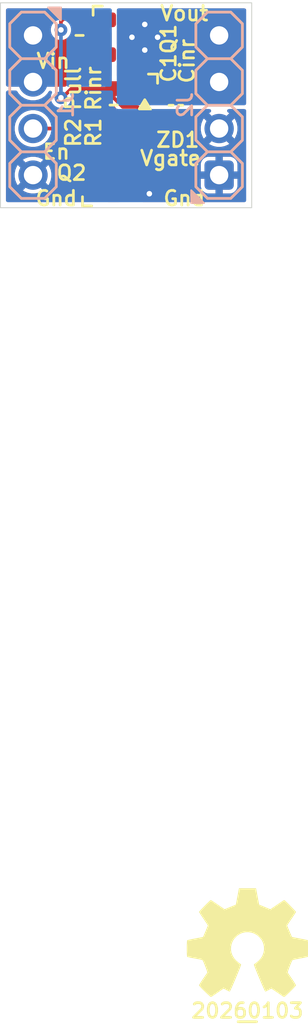
<source format=kicad_pcb>
(kicad_pcb (version 20241229) (generator "pcbnew") (generator_version "9.0")
  (layers (0 "F.Cu" mixed) (2 "B.Cu" mixed) (13 "F.Paste" user) (15 "B.Paste" user) (5 "F.SilkS" user "F.Silkscreen") (7 "B.SilkS" user "B.Silkscreen") (1 "F.Mask" user) (3 "B.Mask" user) (25 "Edge.Cuts" user))
  (net 0 "")
  (net 1 "/VIN")
  (net 2 "/EN")
  (net 3 "/GND")
  (net 4 "/VOUT")
  (net 5 "Net-(Q2-D)")
  (net 6 "Net-(Q1-G)")
  (footprint "SquantorLabels:Label_Generic" (layer "F.Cu") (at 138.7 91.3)
    (property "Reference" "N1" (hide yes))
    (property "Value" "20260103" (at 0 0 0) (layer "F.SilkS") (effects (font (size 0.8 0.8))))
    (fp_line (start -0.5 0.6) (end 0.5 0.6) (stroke (width 0.15)) (layer "F.SilkS"))
  )
  (footprint "Symbol:OSHW-Symbol_6.7x6mm_SilkScreen" (layer "F.Cu") (at 138.7 87.6)
    (property "Reference" "N2" (hide yes))
    (property "Value" "OHWLOGO" (hide yes))
    (fp_poly (pts (xy 0.555814 -2.531069) (xy 0.639635 -2.086445) (xy 0.94892 -1.958947) (xy 1.258206 -1.831449) (xy 1.629246 -2.083754) (xy 1.733157 -2.154004) (xy 1.827087 -2.216728) (xy 1.906652 -2.269062) (xy 1.96747 -2.308143) (xy 2.005157 -2.331107) (xy 2.015421 -2.336058) (xy 2.03391 -2.323324) (xy 2.07342 -2.288118) (xy 2.129522 -2.234938) (xy 2.197787 -2.168282) (xy 2.273786 -2.092646) (xy 2.353092 -2.012528) (xy 2.431275 -1.932426) (xy 2.503907 -1.856836) (xy 2.566559 -1.790255) (xy 2.614803 -1.737182) (xy 2.64421 -1.702113) (xy 2.651241 -1.690377) (xy 2.641123 -1.66874) (xy 2.612759 -1.621338) (xy 2.569129 -1.552807) (xy 2.513218 -1.467785) (xy 2.448006 -1.370907) (xy 2.410219 -1.31565) (xy 2.341343 -1.214752) (xy 2.28014 -1.123701) (xy 2.229578 -1.04703) (xy 2.192628 -0.989272) (xy 2.172258 -0.954957) (xy 2.169197 -0.947746) (xy 2.176136 -0.927252) (xy 2.195051 -0.879487) (xy 2.223087 -0.811168) (xy 2.257391 -0.729011) (xy 2.295109 -0.63973) (xy 2.333387 -0.550042) (xy 2.36937 -0.466662) (xy 2.400206 -0.396306) (xy 2.423039 -0.34569) (xy 2.435017 -0.321529) (xy 2.435724 -0.320578) (xy 2.454531 -0.315964) (xy 2.504618 -0.305672) (xy 2.580793 -0.290713) (xy 2.677865 -0.272099) (xy 2.790643 -0.250841) (xy 2.856442 -0.238582) (xy 2.97695 -0.215638) (xy 3.085797 -0.193805) (xy 3.177476 -0.174278) (xy 3.246481 -0.158252) (xy 3.287304 -0.146921) (xy 3.295511 -0.143326) (xy 3.303548 -0.118994) (xy 3.310033 -0.064041) (xy 3.31497 0.015108) (xy 3.318364 0.112026) (xy 3.320218 0.220287) (xy 3.320538 0.333465) (xy 3.319327 0.445135) (xy 3.31659 0.548868) (xy 3.312331 0.638241) (xy 3.306555 0.706826) (xy 3.299267 0.748197) (xy 3.294895 0.75681) (xy 3.268764 0.767133) (xy 3.213393 0.781892) (xy 3.136107 0.799352) (xy 3.04423 0.81778) (xy 3.012158 0.823741) (xy 2.857524 0.852066) (xy 2.735375 0.874876) (xy 2.641673 0.89308) (xy 2.572384 0.907583) (xy 2.523471 0.919292) (xy 2.490897 0.929115) (xy 2.470628 0.937956) (xy 2.458626 0.946724) (xy 2.456947 0.948457) (xy 2.440184 0.976371) (xy 2.414614 1.030695) (xy 2.382788 1.104777) (xy 2.34726 1.191965) (xy 2.310583 1.285608) (xy 2.275311 1.379052) (xy 2.243996 1.465647) (xy 2.219193 1.53874) (xy 2.203454 1.591678) (xy 2.199332 1.617811) (xy 2.199676 1.618726) (xy 2.213641 1.640086) (xy 2.245322 1.687084) (xy 2.291391 1.754827) (xy 2.348518 1.838423) (xy 2.413373 1.932982) (xy 2.431843 1.959854) (xy 2.497699 2.057275) (xy 2.55565 2.146163) (xy 2.602538 2.221412) (xy 2.635207 2.27792) (xy 2.6505 2.310581) (xy 2.651241 2.314593) (xy 2.638392 2.335684) (xy 2.602888 2.377464) (xy 2.549293 2.435445) (xy 2.482171 2.505135) (xy 2.406087 2.582045) (xy 2.325604 2.661683) (xy 2.245287 2.739561) (xy 2.169699 2.811186) (xy 2.103405 2.87207) (xy 2.050969 2.917721) (xy 2.016955 2.94365) (xy 2.007545 2.947883) (xy 1.985643 2.937912) (xy 1.9408 2.91102) (xy 1.880321 2.871736) (xy 1.833789 2.840117) (xy 1.749475 2.782098) (xy 1.649626 2.713784) (xy 1.549473 2.645579) (xy 1.495627 2.609075) (xy 1.313371 2.4858) (xy 1.160381 2.56852) (xy 1.090682 2.604759) (xy 1.031414 2.632926) (xy 0.991311 2.648991) (xy 0.981103 2.651226) (xy 0.968829 2.634722) (xy 0.944613 2.588082) (xy 0.910263 2.515609) (xy 0.867588 2.421606) (xy 0.818394 2.310374) (xy 0.76449 2.186215) (xy 0.707684 2.053432) (xy 0.649782 1.916327) (xy 0.592593 1.779202) (xy 0.537924 1.646358) (xy 0.487584 1.522098) (xy 0.44338 1.410725) (xy 0.407119 1.316539) (xy 0.380609 1.243844) (xy 0.365658 1.196941) (xy 0.363254 1.180833) (xy 0.382311 1.160286) (xy 0.424036 1.126933) (xy 0.479706 1.087702) (xy 0.484378 1.084599) (xy 0.628264 0.969423) (xy 0.744283 0.835053) (xy 0.83143 0.685784) (xy 0.888699 0.525913) (xy 0.915086 0.359737) (xy 0.909585 0.191552) (xy 0.87119 0.025655) (xy 0.798895 -0.133658) (xy 0.777626 -0.168513) (xy 0.666996 -0.309263) (xy 0.536302 -0.422286) (xy 0.390064 -0.506997) (xy 0.232808 -0.562806) (xy 0.069057 -0.589126) (xy -0.096667 -0.58537) (xy -0.259838 -0.55095) (xy -0.415935 -0.485277) (xy -0.560433 -0.387765) (xy -0.605131 -0.348187) (xy -0.718888 -0.224297) (xy -0.801782 -0.093876) (xy -0.858644 0.052315) (xy -0.890313 0.197088) (xy -0.898131 0.35986) (xy -0.872062 0.52344) (xy -0.814755 0.682298) (xy -0.728856 0.830906) (xy -0.617014 0.963735) (xy -0.481877 1.075256) (xy -0.464117 1.087011) (xy -0.40785 1.125508) (xy -0.365077 1.158863) (xy -0.344628 1.18016) (xy -0.344331 1.180833) (xy -0.348721 1.203871) (xy -0.366124 1.256157) (xy -0.394732 1.33339) (xy -0.432735 1.431268) (xy -0.478326 1.545491) (xy -0.529697 1.671758) (xy -0.585038 1.805767) (xy -0.642542 1.943218) (xy -0.700399 2.079808) (xy -0.756802 2.211237) (xy -0.809942 2.333205) (xy -0.85801 2.441409) (xy -0.899199 2.531549) (xy -0.931699 2.599323) (xy -0.953703 2.64043) (xy -0.962564 2.651226) (xy -0.98964 2.642819) (xy -1.040303 2.620272) (xy -1.105817 2.587613) (xy -1.141841 2.56852) (xy -1.294832 2.4858) (xy -1.477088 2.609075) (xy -1.570125 2.672228) (xy -1.671985 2.741727) (xy -1.767438 2.807165) (xy -1.81525 2.840117) (xy -1.882495 2.885273) (xy -1.939436 2.921057) (xy -1.978646 2.942938) (xy -1.991381 2.947563) (xy -2.009917 2.935085) (xy -2.050941 2.900252) (xy -2.110475 2.846678) (xy -2.184542 2.777983) (xy -2.269165 2.697781) (xy -2.322685 2.646286) (xy -2.416319 2.554286) (xy -2.497241 2.471999) (xy -2.562177 2.402945) (xy -2.607858 2.350644) (xy -2.631011 2.318616) (xy -2.633232 2.312116) (xy -2.622924 2.287394) (xy -2.594439 2.237405) (xy -2.550937 2.167212) (xy -2.495577 2.081875) (xy -2.43152 1.986456) (xy -2.413303 1.959854) (xy -2.346927 1.863167) (xy -2.287378 1.776117) (xy -2.237984 1.703595) (xy -2.202075 1.650493) (xy -2.182981 1.621703) (xy -2.181136 1.618726) (xy -2.183895 1.595782) (xy -2.198538 1.545336) (xy -2.222513 1.474041) (xy -2.253266 1.388547) (xy -2.288244 1.295507) (xy -2.324893 1.201574) (xy -2.360661 1.113399) (xy -2.392994 1.037634) (xy -2.419338 0.980931) (xy -2.437142 0.949943) (xy -2.438407 0.948457) (xy -2.449294 0.939601) (xy -2.467682 0.930843) (xy -2.497606 0.921277) (xy -2.543103 0.909996) (xy -2.608209 0.896093) (xy -2.696961 0.878663) (xy -2.813393 0.856798) (xy -2.961542 0.829591) (xy -2.993618 0.823741) (xy -3.088686 0.805374) (xy -3.171565 0.787405) (xy -3.23493 0.771569) (xy -3.271458 0.7596) (xy -3.276356 0.75681) (xy -3.284427 0.732072) (xy -3.290987 0.67679) (xy -3.296033 0.597389) (xy -3.299559 0.500296) (xy -3.301561 0.391938) (xy -3.302036 0.27874) (xy -3.300977 0.167128) (xy -3.298382 0.063529) (xy -3.294246 -0.025632) (xy -3.288563 -0.093928) (xy -3.281331 -0.134934) (xy -3.276971 -0.143326) (xy -3.252698 -0.151792) (xy -3.197426 -0.165565) (xy -3.116662 -0.18345) (xy -3.015912 -0.204252) (xy -2.900683 -0.226777) (xy -2.837902 -0.238582) (xy -2.718787 -0.260849) (xy -2.612565 -0.281021) (xy -2.524427 -0.298085) (xy -2.459566 -0.311031) (xy -2.423174 -0.318845) (xy -2.417184 -0.320578) (xy -2.407061 -0.34011) (xy -2.385662 -0.387157) (xy -2.355839 -0.454997) (xy -2.320445 -0.536909) (xy -2.282332 -0.626172) (xy -2.244353 -0.716065) (xy -2.20936 -0.799865) (xy -2.180206 -0.870853) (xy -2.159743 -0.922306) (xy -2.150823 -0.947503) (xy -2.150657 -0.948604) (xy -2.160769 -0.968481) (xy -2.189117 -1.014223) (xy -2.232723 -1.081283) (xy -2.288606 -1.165116) (xy -2.353787 -1.261174) (xy -2.391679 -1.31635) (xy -2.460725 -1.417519) (xy -2.52205 -1.50937) (xy -2.572663 -1.587256) (xy -2.609571 -1.646531) (xy -2.629782 -1.682549) (xy -2.632701 -1.690623) (xy -2.620153 -1.709416) (xy -2.585463 -1.749543) (xy -2.533063 -1.806507) (xy -2.467384 -1.875815) (xy -2.392856 -1.952969) (xy -2.313913 -2.033475) (xy -2.234983 -2.112837) (xy -2.1605 -2.18656) (xy -2.094894 -2.250148) (xy -2.042596 -2.299106) (xy -2.008039 -2.328939) (xy -1.996478 -2.336058) (xy -1.977654 -2.326047) (xy -1.932631 -2.297922) (xy -1.865787 -2.254546) (xy -1.781499 -2.198782) (xy -1.684144 -2.133494) (xy -1.610707 -2.083754) (xy -1.239667 -1.831449) (xy -0.621095 -2.086445) (xy -0.537275 -2.531069) (xy -0.453454 -2.975693) (xy 0.471994 -2.975693) (xy 0.555814 -2.531069)) (stroke (width 0.01)) (fill yes) (layer "F.SilkS"))
  )
  (footprint "SquantorIC:SOT23-3" (layer "F.Cu") (at 132.08 38.2)
    (property "Reference" "Q1" (at 2.32 0.1 90) (layer "F.SilkS") (effects (font (size 0.8 0.8))))
    (property "Value" "PMOS")
    (fp_line (start -1.8 -1.7) (end -1.8 -1.2) (stroke (width 0.15)) (layer "F.SilkS"))
    (fp_line (start -1.8 -1.7) (end -1.3 -1.7) (stroke (width 0.15)) (layer "F.SilkS"))
    (fp_line (start -1.3 -1.7) (end -1.8 -1.7) (stroke (width 0.1)) (layer "F.SilkS"))
    (pad "1" smd roundrect (at -1 -0.95 270) (size 0.8 0.9) (layers "F.Cu" "F.Mask" "F.Paste") (roundrect_rratio 0.2) (net 6 "Net-(Q1-G)"))
    (pad "2" smd roundrect (at -1 0.95 270) (size 0.8 0.9) (layers "F.Cu" "F.Mask" "F.Paste") (roundrect_rratio 0.2) (net 1 "/VIN"))
    (pad "3" smd roundrect (at 1 0 270) (size 0.8 0.9) (layers "F.Cu" "F.Mask" "F.Paste") (roundrect_rratio 0.2) (net 4 "/VOUT"))
  )
  (footprint "SquantorResistor:R_0603_hand" (layer "F.Cu") (at 131.4 41.9 -90)
    (property "Reference" "R1" (at 1.5 1.1 90) (layer "F.SilkS") (effects (font (size 0.8 0.8))))
    (property "Value" "Rinr" (at -0.9 1.1 90) (layer "F.SilkS") (effects (font (size 0.8 0.8))))
    (fp_line (start 0 -0.2) (end 0 0.2) (stroke (width 0.15)) (layer "F.SilkS"))
    (pad "1" smd roundrect (at -0.9 0 270) (size 0.8 0.9) (layers "F.Cu" "F.Mask" "F.Paste") (roundrect_rratio 0.1428571429) (net 6 "Net-(Q1-G)"))
    (pad "2" smd roundrect (at 0.9 0 270) (size 0.8 0.9) (layers "F.Cu" "F.Mask" "F.Paste") (roundrect_rratio 0.1428571429) (net 5 "Net-(Q2-D)"))
  )
  (footprint "SquantorIC:SOT23-3" (layer "F.Cu") (at 131.4 45.6 90)
    (property "Reference" "Q2" (at 0 -2.3 180) (layer "F.SilkS") (effects (font (size 0.8 0.8))))
    (property "Value" "NMOS")
    (fp_line (start -1.3 -1.7) (end -1.8 -1.7) (stroke (width 0.1)) (layer "F.SilkS"))
    (fp_line (start -1.8 -1.7) (end -1.3 -1.7) (stroke (width 0.15)) (layer "F.SilkS"))
    (fp_line (start -1.8 -1.7) (end -1.8 -1.2) (stroke (width 0.15)) (layer "F.SilkS"))
    (pad "1" smd roundrect (at -1 -0.95) (size 0.8 0.9) (layers "F.Cu" "F.Mask" "F.Paste") (roundrect_rratio 0.2) (net 2 "/EN"))
    (pad "2" smd roundrect (at -1 0.95) (size 0.8 0.9) (layers "F.Cu" "F.Mask" "F.Paste") (roundrect_rratio 0.2) (net 3 "/GND"))
    (pad "3" smd roundrect (at 1 0) (size 0.8 0.9) (layers "F.Cu" "F.Mask" "F.Paste") (roundrect_rratio 0.2) (net 5 "Net-(Q2-D)"))
  )
  (footprint "SquantorCapacitor:C_0603" (layer "F.Cu") (at 134.8 41.91 -90)
    (property "Reference" "C1" (at -2.032 0.4 90) (layer "F.SilkS") (effects (font (size 0.8 0.8))))
    (property "Value" "Cinr" (at -2.41 -0.6 90) (layer "F.SilkS") (effects (font (size 0.8 0.8))))
    (fp_line (start 0 0.375) (end 0 0.15) (stroke (width 0.15)) (layer "F.SilkS"))
    (fp_line (start 0 -0.15) (end 0 -0.375) (stroke (width 0.15)) (layer "F.SilkS"))
    (pad "1" smd roundrect (at -0.75 0 270) (size 0.8 0.9) (layers "F.Cu" "F.Mask" "F.Paste") (roundrect_rratio 0.125) (net 4 "/VOUT"))
    (pad "2" smd roundrect (at 0.75 0 270) (size 0.8 0.9) (layers "F.Cu" "F.Mask" "F.Paste") (roundrect_rratio 0.125) (net 6 "Net-(Q1-G)"))
  )
  (footprint "SquantorResistor:R_0603_hand" (layer "F.Cu") (at 129.54 38.1 90)
    (property "Reference" "R2" (at -5.3 -0.34 90) (layer "F.SilkS") (effects (font (size 0.8 0.8))))
    (property "Value" "Pull" (at -2.9 -0.34 90) (layer "F.SilkS") (effects (font (size 0.8 0.8))))
    (fp_line (start 0 -0.2) (end 0 0.2) (stroke (width 0.15)) (layer "F.SilkS"))
    (pad "1" smd roundrect (at -0.9 0 90) (size 0.8 0.9) (layers "F.Cu" "F.Mask" "F.Paste") (roundrect_rratio 0.1428571429) (net 1 "/VIN"))
    (pad "2" smd roundrect (at 0.9 0 90) (size 0.8 0.9) (layers "F.Cu" "F.Mask" "F.Paste") (roundrect_rratio 0.1428571429) (net 6 "Net-(Q1-G)"))
  )
  (footprint "SquantorDiodes:SOD-323-nexperia-hand" (layer "F.Cu") (at 133.1 41.91 -90)
    (property "Reference" "ZD1" (at 1.89 -1.8 0) (layer "F.SilkS") (effects (font (size 0.8 0.8))))
    (property "Value" "Vgate" (at 2.89 -1.4 0) (layer "F.SilkS") (effects (font (size 0.8 0.8))))
    (fp_line (start -1.7 -0.7) (end -1.7 -0.2) (stroke (width 0.15)) (layer "F.SilkS"))
    (fp_line (start -1.7 -0.7) (end -1.2 -0.7) (stroke (width 0.15)) (layer "F.SilkS"))
    (fp_poly (pts (xy -0.3 0) (xy 0.2 -0.3) (xy 0.2 0.3)) (stroke (width 0.15)) (fill yes) (layer "F.SilkS"))
    (pad "1" smd roundrect (at -1.05 0 270) (size 0.8 0.8) (layers "F.Cu" "F.Mask" "F.Paste") (roundrect_rratio 0.2) (net 4 "/VOUT"))
    (pad "2" smd roundrect (at 1.05 0 270) (size 0.8 0.8) (layers "F.Cu" "F.Mask" "F.Paste") (roundrect_rratio 0.2) (net 6 "Net-(Q1-G)"))
  )
  (footprint "SquantorConnectors:Header-0254-1X04-H010" (layer "B.Cu") (at 137.16 41.91 90)
    (property "Reference" "J2" (at 0.01 -1.86 90) (layer "B.SilkS") (effects (font (size 0.8 0.8) (thickness 0.15) (bold yes)) (justify mirror)))
    (property "Value" "Conn_01x04")
    (fp_line (start 4.445 -1.27) (end 3.175 -1.27) (stroke (width 0.1524)) (layer "B.SilkS"))
    (fp_line (start 1.905 -1.27) (end 0.635 -1.27) (stroke (width 0.1524)) (layer "B.SilkS"))
    (fp_line (start 0.635 -1.27) (end 0 -0.635) (stroke (width 0.1524)) (layer "B.SilkS"))
    (fp_line (start -0.635 -1.27) (end -1.905 -1.27) (stroke (width 0.1524)) (layer "B.SilkS"))
    (fp_line (start -1.905 -1.27) (end -2.54 -0.635) (stroke (width 0.1524)) (layer "B.SilkS"))
    (fp_line (start -3.175 -1.27) (end -4.445 -1.27) (stroke (width 0.1524)) (layer "B.SilkS"))
    (fp_line (start 5.08 -0.635) (end 4.445 -1.27) (stroke (width 0.1524)) (layer "B.SilkS"))
    (fp_line (start 2.54 -0.635) (end 3.175 -1.27) (stroke (width 0.1524)) (layer "B.SilkS"))
    (fp_line (start 2.54 -0.635) (end 1.905 -1.27) (stroke (width 0.1524)) (layer "B.SilkS"))
    (fp_line (start 0 -0.635) (end -0.635 -1.27) (stroke (width 0.1524)) (layer "B.SilkS"))
    (fp_line (start -2.54 -0.635) (end -3.175 -1.27) (stroke (width 0.1524)) (layer "B.SilkS"))
    (fp_line (start -5.08 -0.635) (end -4.445 -1.27) (stroke (width 0.1524)) (layer "B.SilkS"))
    (fp_line (start 5.08 0.635) (end 5.08 -0.635) (stroke (width 0.1524)) (layer "B.SilkS"))
    (fp_line (start 2.54 0.635) (end 2.54 -0.635) (stroke (width 0.1524)) (layer "B.SilkS"))
    (fp_line (start 0 0.635) (end 0 -0.635) (stroke (width 0.1524)) (layer "B.SilkS"))
    (fp_line (start 0 0.635) (end 0.635 1.27) (stroke (width 0.1524)) (layer "B.SilkS"))
    (fp_line (start -2.54 0.635) (end -2.54 -0.635) (stroke (width 0.1524)) (layer "B.SilkS"))
    (fp_line (start -2.54 0.635) (end -1.905 1.27) (stroke (width 0.1524)) (layer "B.SilkS"))
    (fp_line (start -5.08 0.635) (end -5.08 -0.635) (stroke (width 0.1524)) (layer "B.SilkS"))
    (fp_line (start 4.445 1.27) (end 5.08 0.635) (stroke (width 0.1524)) (layer "B.SilkS"))
    (fp_line (start 3.175 1.27) (end 2.54 0.635) (stroke (width 0.1524)) (layer "B.SilkS"))
    (fp_line (start 3.175 1.27) (end 4.445 1.27) (stroke (width 0.1524)) (layer "B.SilkS"))
    (fp_line (start 1.905 1.27) (end 2.54 0.635) (stroke (width 0.1524)) (layer "B.SilkS"))
    (fp_line (start 0.635 1.27) (end 1.905 1.27) (stroke (width 0.1524)) (layer "B.SilkS"))
    (fp_line (start -0.635 1.27) (end 0 0.635) (stroke (width 0.1524)) (layer "B.SilkS"))
    (fp_line (start -1.905 1.27) (end -0.635 1.27) (stroke (width 0.1524)) (layer "B.SilkS"))
    (fp_line (start -3.175 1.27) (end -2.54 0.635) (stroke (width 0.1524)) (layer "B.SilkS"))
    (fp_line (start -4.445 1.27) (end -5.08 0.635) (stroke (width 0.1524)) (layer "B.SilkS"))
    (fp_line (start -4.445 1.27) (end -3.175 1.27) (stroke (width 0.1524)) (layer "B.SilkS"))
    (fp_poly (pts (xy -5.334 -0.8255) (xy -5.334 -1.524) (xy -4.6355 -1.524)) (stroke (width 0.1)) (fill yes) (layer "B.SilkS"))
    (pad "1" thru_hole roundrect (at -3.81 0 270) (size 1.6 1.6) (drill 1) (layers "*.Cu" "*.Mask") (roundrect_rratio 0.15) (net 3 "/GND"))
    (pad "2" thru_hole circle (at -1.27 0 270) (size 1.6 1.6) (drill 1) (layers "*.Cu" "*.Mask") (net 3 "/GND"))
    (pad "3" thru_hole circle (at 1.27 0 270) (size 1.6 1.6) (drill 1) (layers "*.Cu" "*.Mask") (net 4 "/VOUT"))
    (pad "4" thru_hole circle (at 3.81 0 270) (size 1.6 1.6) (drill 1) (layers "*.Cu" "*.Mask") (net 4 "/VOUT"))
  )
  (footprint "SquantorConnectors:Header-0254-1X04-H010" (layer "B.Cu") (at 127 41.91 -90)
    (property "Reference" "J1" (at 0 -1.8 90) (layer "B.SilkS") (effects (font (size 0.8 0.8) (thickness 0.15) (bold yes)) (justify mirror)))
    (property "Value" "Conn_01x04")
    (fp_line (start -4.445 1.27) (end -3.175 1.27) (stroke (width 0.1524)) (layer "B.SilkS"))
    (fp_line (start -4.445 1.27) (end -5.08 0.635) (stroke (width 0.1524)) (layer "B.SilkS"))
    (fp_line (start -3.175 1.27) (end -2.54 0.635) (stroke (width 0.1524)) (layer "B.SilkS"))
    (fp_line (start -1.905 1.27) (end -0.635 1.27) (stroke (width 0.1524)) (layer "B.SilkS"))
    (fp_line (start -0.635 1.27) (end 0 0.635) (stroke (width 0.1524)) (layer "B.SilkS"))
    (fp_line (start 0.635 1.27) (end 1.905 1.27) (stroke (width 0.1524)) (layer "B.SilkS"))
    (fp_line (start 1.905 1.27) (end 2.54 0.635) (stroke (width 0.1524)) (layer "B.SilkS"))
    (fp_line (start 3.175 1.27) (end 4.445 1.27) (stroke (width 0.1524)) (layer "B.SilkS"))
    (fp_line (start 3.175 1.27) (end 2.54 0.635) (stroke (width 0.1524)) (layer "B.SilkS"))
    (fp_line (start 4.445 1.27) (end 5.08 0.635) (stroke (width 0.1524)) (layer "B.SilkS"))
    (fp_line (start -5.08 0.635) (end -5.08 -0.635) (stroke (width 0.1524)) (layer "B.SilkS"))
    (fp_line (start -2.54 0.635) (end -1.905 1.27) (stroke (width 0.1524)) (layer "B.SilkS"))
    (fp_line (start -2.54 0.635) (end -2.54 -0.635) (stroke (width 0.1524)) (layer "B.SilkS"))
    (fp_line (start 0 0.635) (end 0.635 1.27) (stroke (width 0.1524)) (layer "B.SilkS"))
    (fp_line (start 0 0.635) (end 0 -0.635) (stroke (width 0.1524)) (layer "B.SilkS"))
    (fp_line (start 2.54 0.635) (end 2.54 -0.635) (stroke (width 0.1524)) (layer "B.SilkS"))
    (fp_line (start 5.08 0.635) (end 5.08 -0.635) (stroke (width 0.1524)) (layer "B.SilkS"))
    (fp_line (start -5.08 -0.635) (end -4.445 -1.27) (stroke (width 0.1524)) (layer "B.SilkS"))
    (fp_line (start -2.54 -0.635) (end -3.175 -1.27) (stroke (width 0.1524)) (layer "B.SilkS"))
    (fp_line (start 0 -0.635) (end -0.635 -1.27) (stroke (width 0.1524)) (layer "B.SilkS"))
    (fp_line (start 2.54 -0.635) (end 1.905 -1.27) (stroke (width 0.1524)) (layer "B.SilkS"))
    (fp_line (start 2.54 -0.635) (end 3.175 -1.27) (stroke (width 0.1524)) (layer "B.SilkS"))
    (fp_line (start 5.08 -0.635) (end 4.445 -1.27) (stroke (width 0.1524)) (layer "B.SilkS"))
    (fp_line (start -3.175 -1.27) (end -4.445 -1.27) (stroke (width 0.1524)) (layer "B.SilkS"))
    (fp_line (start -1.905 -1.27) (end -2.54 -0.635) (stroke (width 0.1524)) (layer "B.SilkS"))
    (fp_line (start -0.635 -1.27) (end -1.905 -1.27) (stroke (width 0.1524)) (layer "B.SilkS"))
    (fp_line (start 0.635 -1.27) (end 0 -0.635) (stroke (width 0.1524)) (layer "B.SilkS"))
    (fp_line (start 1.905 -1.27) (end 0.635 -1.27) (stroke (width 0.1524)) (layer "B.SilkS"))
    (fp_line (start 4.445 -1.27) (end 3.175 -1.27) (stroke (width 0.1524)) (layer "B.SilkS"))
    (fp_poly (pts (xy -5.334 -0.8255) (xy -5.334 -1.524) (xy -4.6355 -1.524)) (stroke (width 0.1)) (fill yes) (layer "B.SilkS"))
    (pad "1" thru_hole roundrect (at -3.81 0 90) (size 1.6 1.6) (drill 1) (layers "*.Cu" "*.Mask") (roundrect_rratio 0.15) (net 1 "/VIN"))
    (pad "2" thru_hole circle (at -1.27 0 90) (size 1.6 1.6) (drill 1) (layers "*.Cu" "*.Mask") (net 1 "/VIN"))
    (pad "3" thru_hole circle (at 1.27 0 90) (size 1.6 1.6) (drill 1) (layers "*.Cu" "*.Mask") (net 2 "/EN"))
    (pad "4" thru_hole circle (at 3.81 0 90) (size 1.6 1.6) (drill 1) (layers "*.Cu" "*.Mask") (net 3 "/GND"))
  )
  (gr_line (start 138.938 36.322) (end 125.222 36.322) (stroke (width 0.05)) (layer "Edge.Cuts"))
  (gr_line (start 125.222 36.322) (end 125.222 47.498) (stroke (width 0.05)) (layer "Edge.Cuts"))
  (gr_line (start 125.222 47.498) (end 138.938 47.498) (stroke (width 0.05)) (layer "Edge.Cuts"))
  (gr_line (start 138.938 47.498) (end 138.938 36.322) (stroke (width 0.05)) (layer "Edge.Cuts"))
  (gr_text "Vin" (at 128.1 39.5 0) (layer "F.SilkS") (effects (font (size 0.8 0.8) (thickness 0.15) (bold yes))))
  (gr_text "Gnd" (at 135.255 46.99 0) (layer "F.SilkS") (effects (font (size 0.8 0.8) (thickness 0.15) (bold yes))))
  (gr_text "Vout" (at 135.255 36.9 0) (layer "F.SilkS") (effects (font (size 0.8 0.8) (thickness 0.15) (bold yes))))
  (gr_text "En" (at 128.27 44.45 0) (layer "F.SilkS") (effects (font (size 0.8 0.8) (thickness 0.15) (bold yes))))
  (gr_text "Gnd" (at 128.27 46.99 0) (layer "F.SilkS") (effects (font (size 0.8 0.8) (thickness 0.15) (bold yes))))
  (segment (start 130.45 46.645) (end 130.405 46.6) (width 0.2) (layer "F.Cu") (net 2))
  (segment (start 128.27 43.18) (end 127 43.18) (width 0.2) (layer "F.Cu") (net 2))
  (segment (start 129.032 43.942) (end 128.27 43.18) (width 0.2) (layer "F.Cu") (net 2))
  (segment (start 130.405 46.6) (end 129.6 46.6) (width 0.2) (layer "F.Cu") (net 2))
  (segment (start 129.6 46.6) (end 129.032 46.032) (width 0.2) (layer "F.Cu") (net 2))
  (segment (start 129.032 46.032) (end 129.032 43.942) (width 0.2) (layer "F.Cu") (net 2))
  (segment (start 130.45 46.6) (end 130.45 46.645) (width 0.2) (layer "F.Cu") (net 2))
  (via (at 133.35 46.736) (size 0.7) (drill 0.3) (layers "F.Cu" "B.Cu") (net 3))
  (via (at 133.1 37.5) (size 0.7) (drill 0.3) (layers "F.Cu" "B.Cu") (net 4))
  (via (at 133.8 38.2) (size 0.7) (drill 0.3) (layers "F.Cu" "B.Cu") (net 4))
  (via (at 133.1 38.9) (size 0.7) (drill 0.3) (layers "F.Cu" "B.Cu") (net 4))
  (via (at 132.4 38.2) (size 0.7) (drill 0.3) (layers "F.Cu" "B.Cu") (net 4))
  (segment (start 131.4 44.6) (end 131.4 42.8) (width 0.2) (layer "F.Cu") (net 5))
  (segment (start 130.98 37.15) (end 129.59 37.15) (width 0.2) (layer "F.Cu") (net 6))
  (segment (start 128.524 37.338) (end 128.662 37.2) (width 0.2) (layer "F.Cu") (net 6))
  (segment (start 132.7 42) (end 133.1 42.4) (width 0.2) (layer "F.Cu") (net 6))
  (segment (start 131.08 37.25) (end 130.98 37.15) (width 0.2) (layer "F.Cu") (net 6))
  (segment (start 131.41 41.51) (end 131.9 42) (width 0.2) (layer "F.Cu") (net 6))
  (segment (start 131.4 41) (end 131.41 41.01) (width 0.2) (layer "F.Cu") (net 6))
  (segment (start 131.41 41.01) (end 131.41 41.51) (width 0.2) (layer "F.Cu") (net 6))
  (segment (start 133.1 42.4) (end 133.1 42.96) (width 0.2) (layer "F.Cu") (net 6))
  (segment (start 128.6 41.5) (end 129.09 41.01) (width 0.2) (layer "F.Cu") (net 6))
  (segment (start 131.39 41.01) (end 131.4 41) (width 0.2) (layer "F.Cu") (net 6))
  (segment (start 129.59 37.15) (end 129.54 37.2) (width 0.2) (layer "F.Cu") (net 6))
  (segment (start 128.524 41.5) (end 128.6 41.5) (width 0.2) (layer "F.Cu") (net 6))
  (segment (start 133.824 42.96) (end 133.1 42.96) (width 0.2) (layer "F.Cu") (net 6))
  (segment (start 128.524 37.8) (end 128.524 37.338) (width 0.2) (layer "F.Cu") (net 6))
  (segment (start 131.9 42) (end 132.7 42) (width 0.2) (layer "F.Cu") (net 6))
  (segment (start 134.8 42.66) (end 134.124 42.66) (width 0.2) (layer "F.Cu") (net 6))
  (segment (start 128.662 37.2) (end 129.54 37.2) (width 0.2) (layer "F.Cu") (net 6))
  (segment (start 129.09 41.01) (end 131.39 41.01) (width 0.2) (layer "F.Cu") (net 6))
  (segment (start 134.124 42.66) (end 133.824 42.96) (width 0.2) (layer "F.Cu") (net 6))
  (via (at 128.524 41.5) (size 0.7) (drill 0.3) (layers "F.Cu" "B.Cu") (net 6))
  (via (at 128.524 37.8) (size 0.7) (drill 0.3) (layers "F.Cu" "B.Cu") (net 6))
  (segment (start 128.524 41.5) (end 128.524 37.8) (width 0.2) (layer "B.Cu") (net 6))
  (zone (net 1) (net_name "/VIN") (layers "F.Cu" "B.Cu") (priority 2) (connect_pads yes (clearance 0.2)) (min_thickness 0.2) (fill yes (thermal_gap 0.2) (thermal_bridge_width 0.4))
    (polygon (pts (xy 125.222 36.322) (xy 131.3 36.322) (xy 131.3 40.9) (xy 125.222 40.9)))
  )
  (zone (net 4) (net_name "/VOUT") (layers "F.Cu" "B.Cu") (priority 1) (connect_pads yes (clearance 0.2)) (min_thickness 0.2) (fill yes (thermal_gap 0.2) (thermal_bridge_width 0.4))
    (polygon (pts (xy 131.572 36.322) (xy 138.938 36.322) (xy 138.938 41.91) (xy 131.572 41.91)))
  )
  (zone (net 3) (net_name "/GND") (layers "F.Cu" "B.Cu") (connect_pads (clearance 0.2)) (min_thickness 0.2) (fill yes (thermal_gap 0.2) (thermal_bridge_width 0.4))
    (polygon (pts (xy 125.222 36.322) (xy 138.938 36.322) (xy 138.938 47.498) (xy 125.222 47.498)))
  )
)
</source>
